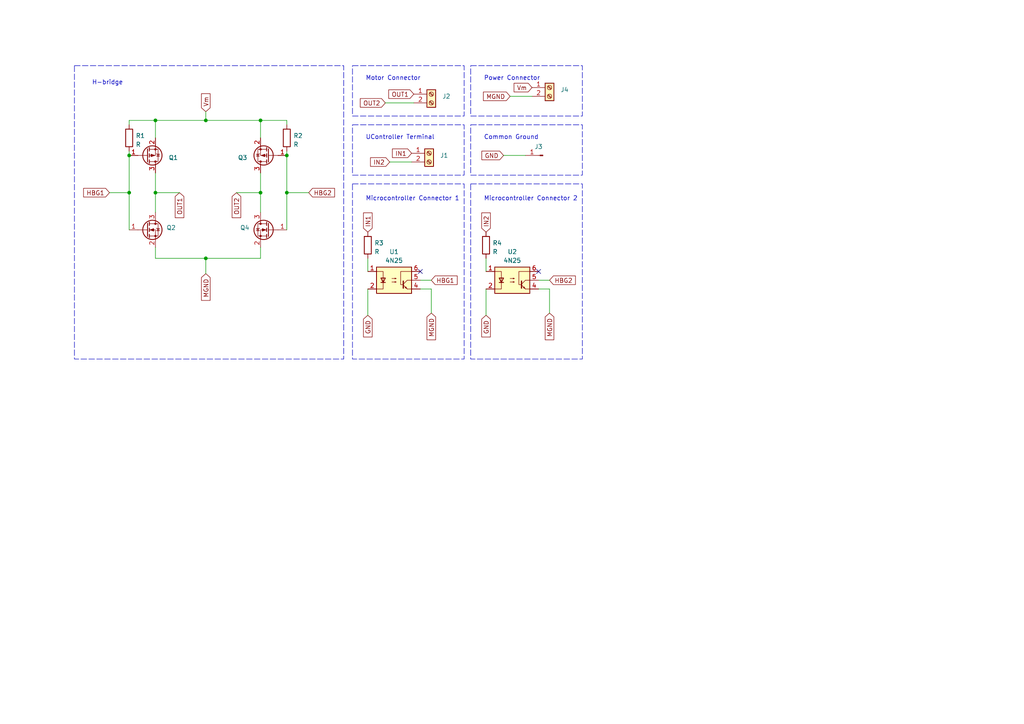
<source format=kicad_sch>
(kicad_sch (version 20230121) (generator eeschema)

  (uuid 3d5fb0cd-65e8-4050-aa50-0da774712664)

  (paper "A4")

  (title_block
    (title "H-Bridge DC Motor Controller")
    (date "2024-12-27")
    (rev "v1.0.0")
  )

  (lib_symbols
    (symbol "Connector:Conn_01x01_Pin" (pin_names (offset 1.016) hide) (in_bom yes) (on_board yes)
      (property "Reference" "J" (at 0 2.54 0)
        (effects (font (size 1.27 1.27)))
      )
      (property "Value" "Conn_01x01_Pin" (at 0 -2.54 0)
        (effects (font (size 1.27 1.27)))
      )
      (property "Footprint" "" (at 0 0 0)
        (effects (font (size 1.27 1.27)) hide)
      )
      (property "Datasheet" "~" (at 0 0 0)
        (effects (font (size 1.27 1.27)) hide)
      )
      (property "ki_locked" "" (at 0 0 0)
        (effects (font (size 1.27 1.27)))
      )
      (property "ki_keywords" "connector" (at 0 0 0)
        (effects (font (size 1.27 1.27)) hide)
      )
      (property "ki_description" "Generic connector, single row, 01x01, script generated" (at 0 0 0)
        (effects (font (size 1.27 1.27)) hide)
      )
      (property "ki_fp_filters" "Connector*:*_1x??_*" (at 0 0 0)
        (effects (font (size 1.27 1.27)) hide)
      )
      (symbol "Conn_01x01_Pin_1_1"
        (polyline
          (pts
            (xy 1.27 0)
            (xy 0.8636 0)
          )
          (stroke (width 0.1524) (type default))
          (fill (type none))
        )
        (rectangle (start 0.8636 0.127) (end 0 -0.127)
          (stroke (width 0.1524) (type default))
          (fill (type outline))
        )
        (pin passive line (at 5.08 0 180) (length 3.81)
          (name "Pin_1" (effects (font (size 1.27 1.27))))
          (number "1" (effects (font (size 1.27 1.27))))
        )
      )
    )
    (symbol "Connector:Screw_Terminal_01x02" (pin_names (offset 1.016) hide) (in_bom yes) (on_board yes)
      (property "Reference" "J" (at 0 2.54 0)
        (effects (font (size 1.27 1.27)))
      )
      (property "Value" "Screw_Terminal_01x02" (at 0 -5.08 0)
        (effects (font (size 1.27 1.27)))
      )
      (property "Footprint" "" (at 0 0 0)
        (effects (font (size 1.27 1.27)) hide)
      )
      (property "Datasheet" "~" (at 0 0 0)
        (effects (font (size 1.27 1.27)) hide)
      )
      (property "ki_keywords" "screw terminal" (at 0 0 0)
        (effects (font (size 1.27 1.27)) hide)
      )
      (property "ki_description" "Generic screw terminal, single row, 01x02, script generated (kicad-library-utils/schlib/autogen/connector/)" (at 0 0 0)
        (effects (font (size 1.27 1.27)) hide)
      )
      (property "ki_fp_filters" "TerminalBlock*:*" (at 0 0 0)
        (effects (font (size 1.27 1.27)) hide)
      )
      (symbol "Screw_Terminal_01x02_1_1"
        (rectangle (start -1.27 1.27) (end 1.27 -3.81)
          (stroke (width 0.254) (type default))
          (fill (type background))
        )
        (circle (center 0 -2.54) (radius 0.635)
          (stroke (width 0.1524) (type default))
          (fill (type none))
        )
        (polyline
          (pts
            (xy -0.5334 -2.2098)
            (xy 0.3302 -3.048)
          )
          (stroke (width 0.1524) (type default))
          (fill (type none))
        )
        (polyline
          (pts
            (xy -0.5334 0.3302)
            (xy 0.3302 -0.508)
          )
          (stroke (width 0.1524) (type default))
          (fill (type none))
        )
        (polyline
          (pts
            (xy -0.3556 -2.032)
            (xy 0.508 -2.8702)
          )
          (stroke (width 0.1524) (type default))
          (fill (type none))
        )
        (polyline
          (pts
            (xy -0.3556 0.508)
            (xy 0.508 -0.3302)
          )
          (stroke (width 0.1524) (type default))
          (fill (type none))
        )
        (circle (center 0 0) (radius 0.635)
          (stroke (width 0.1524) (type default))
          (fill (type none))
        )
        (pin passive line (at -5.08 0 0) (length 3.81)
          (name "Pin_1" (effects (font (size 1.27 1.27))))
          (number "1" (effects (font (size 1.27 1.27))))
        )
        (pin passive line (at -5.08 -2.54 0) (length 3.81)
          (name "Pin_2" (effects (font (size 1.27 1.27))))
          (number "2" (effects (font (size 1.27 1.27))))
        )
      )
    )
    (symbol "Device:R" (pin_numbers hide) (pin_names (offset 0)) (in_bom yes) (on_board yes)
      (property "Reference" "R" (at 2.032 0 90)
        (effects (font (size 1.27 1.27)))
      )
      (property "Value" "R" (at 0 0 90)
        (effects (font (size 1.27 1.27)))
      )
      (property "Footprint" "" (at -1.778 0 90)
        (effects (font (size 1.27 1.27)) hide)
      )
      (property "Datasheet" "~" (at 0 0 0)
        (effects (font (size 1.27 1.27)) hide)
      )
      (property "ki_keywords" "R res resistor" (at 0 0 0)
        (effects (font (size 1.27 1.27)) hide)
      )
      (property "ki_description" "Resistor" (at 0 0 0)
        (effects (font (size 1.27 1.27)) hide)
      )
      (property "ki_fp_filters" "R_*" (at 0 0 0)
        (effects (font (size 1.27 1.27)) hide)
      )
      (symbol "R_0_1"
        (rectangle (start -1.016 -2.54) (end 1.016 2.54)
          (stroke (width 0.254) (type default))
          (fill (type none))
        )
      )
      (symbol "R_1_1"
        (pin passive line (at 0 3.81 270) (length 1.27)
          (name "~" (effects (font (size 1.27 1.27))))
          (number "1" (effects (font (size 1.27 1.27))))
        )
        (pin passive line (at 0 -3.81 90) (length 1.27)
          (name "~" (effects (font (size 1.27 1.27))))
          (number "2" (effects (font (size 1.27 1.27))))
        )
      )
    )
    (symbol "Isolator:4N25" (pin_names (offset 1.016)) (in_bom yes) (on_board yes)
      (property "Reference" "U" (at -5.08 5.08 0)
        (effects (font (size 1.27 1.27)) (justify left))
      )
      (property "Value" "4N25" (at 0 5.08 0)
        (effects (font (size 1.27 1.27)) (justify left))
      )
      (property "Footprint" "Package_DIP:DIP-6_W7.62mm" (at -5.08 -5.08 0)
        (effects (font (size 1.27 1.27) italic) (justify left) hide)
      )
      (property "Datasheet" "https://www.vishay.com/docs/83725/4n25.pdf" (at 0 0 0)
        (effects (font (size 1.27 1.27)) (justify left) hide)
      )
      (property "ki_keywords" "NPN DC Optocoupler Base Connected" (at 0 0 0)
        (effects (font (size 1.27 1.27)) hide)
      )
      (property "ki_description" "DC Optocoupler Base Connected, Vce 30V, CTR 20%, Viso 2500V, DIP6" (at 0 0 0)
        (effects (font (size 1.27 1.27)) hide)
      )
      (property "ki_fp_filters" "DIP*W7.62mm*" (at 0 0 0)
        (effects (font (size 1.27 1.27)) hide)
      )
      (symbol "4N25_0_1"
        (rectangle (start -5.08 3.81) (end 5.08 -3.81)
          (stroke (width 0.254) (type default))
          (fill (type background))
        )
        (polyline
          (pts
            (xy -3.81 -0.635)
            (xy -2.54 -0.635)
          )
          (stroke (width 0.254) (type default))
          (fill (type none))
        )
        (polyline
          (pts
            (xy 2.667 -1.397)
            (xy 3.81 -2.54)
          )
          (stroke (width 0) (type default))
          (fill (type none))
        )
        (polyline
          (pts
            (xy 2.667 -1.143)
            (xy 3.81 0)
          )
          (stroke (width 0) (type default))
          (fill (type none))
        )
        (polyline
          (pts
            (xy 3.81 -2.54)
            (xy 5.08 -2.54)
          )
          (stroke (width 0) (type default))
          (fill (type none))
        )
        (polyline
          (pts
            (xy 3.81 0)
            (xy 5.08 0)
          )
          (stroke (width 0) (type default))
          (fill (type none))
        )
        (polyline
          (pts
            (xy 2.667 -0.254)
            (xy 2.667 -2.286)
            (xy 2.667 -2.286)
          )
          (stroke (width 0.3556) (type default))
          (fill (type none))
        )
        (polyline
          (pts
            (xy -5.08 -2.54)
            (xy -3.175 -2.54)
            (xy -3.175 2.54)
            (xy -5.08 2.54)
          )
          (stroke (width 0) (type default))
          (fill (type none))
        )
        (polyline
          (pts
            (xy -3.175 -0.635)
            (xy -3.81 0.635)
            (xy -2.54 0.635)
            (xy -3.175 -0.635)
          )
          (stroke (width 0.254) (type default))
          (fill (type none))
        )
        (polyline
          (pts
            (xy 3.683 -2.413)
            (xy 3.429 -1.905)
            (xy 3.175 -2.159)
            (xy 3.683 -2.413)
          )
          (stroke (width 0) (type default))
          (fill (type none))
        )
        (polyline
          (pts
            (xy 5.08 2.54)
            (xy 1.905 2.54)
            (xy 1.905 -1.27)
            (xy 2.54 -1.27)
          )
          (stroke (width 0) (type default))
          (fill (type none))
        )
        (polyline
          (pts
            (xy -0.635 -0.508)
            (xy 0.635 -0.508)
            (xy 0.254 -0.635)
            (xy 0.254 -0.381)
            (xy 0.635 -0.508)
          )
          (stroke (width 0) (type default))
          (fill (type none))
        )
        (polyline
          (pts
            (xy -0.635 0.508)
            (xy 0.635 0.508)
            (xy 0.254 0.381)
            (xy 0.254 0.635)
            (xy 0.635 0.508)
          )
          (stroke (width 0) (type default))
          (fill (type none))
        )
      )
      (symbol "4N25_1_1"
        (pin passive line (at -7.62 2.54 0) (length 2.54)
          (name "~" (effects (font (size 1.27 1.27))))
          (number "1" (effects (font (size 1.27 1.27))))
        )
        (pin passive line (at -7.62 -2.54 0) (length 2.54)
          (name "~" (effects (font (size 1.27 1.27))))
          (number "2" (effects (font (size 1.27 1.27))))
        )
        (pin no_connect line (at -5.08 0 0) (length 2.54) hide
          (name "NC" (effects (font (size 1.27 1.27))))
          (number "3" (effects (font (size 1.27 1.27))))
        )
        (pin passive line (at 7.62 -2.54 180) (length 2.54)
          (name "~" (effects (font (size 1.27 1.27))))
          (number "4" (effects (font (size 1.27 1.27))))
        )
        (pin passive line (at 7.62 0 180) (length 2.54)
          (name "~" (effects (font (size 1.27 1.27))))
          (number "5" (effects (font (size 1.27 1.27))))
        )
        (pin passive line (at 7.62 2.54 180) (length 2.54)
          (name "~" (effects (font (size 1.27 1.27))))
          (number "6" (effects (font (size 1.27 1.27))))
        )
      )
    )
    (symbol "Transistor_FET:AO3401A" (pin_names hide) (in_bom yes) (on_board yes)
      (property "Reference" "Q" (at 5.08 1.905 0)
        (effects (font (size 1.27 1.27)) (justify left))
      )
      (property "Value" "AO3401A" (at 5.08 0 0)
        (effects (font (size 1.27 1.27)) (justify left))
      )
      (property "Footprint" "Package_TO_SOT_SMD:SOT-23" (at 5.08 -1.905 0)
        (effects (font (size 1.27 1.27) italic) (justify left) hide)
      )
      (property "Datasheet" "http://www.aosmd.com/pdfs/datasheet/AO3401A.pdf" (at 0 0 0)
        (effects (font (size 1.27 1.27)) (justify left) hide)
      )
      (property "ki_keywords" "P-Channel MOSFET" (at 0 0 0)
        (effects (font (size 1.27 1.27)) hide)
      )
      (property "ki_description" "-4.0A Id, -30V Vds, P-Channel MOSFET, SOT-23" (at 0 0 0)
        (effects (font (size 1.27 1.27)) hide)
      )
      (property "ki_fp_filters" "SOT?23*" (at 0 0 0)
        (effects (font (size 1.27 1.27)) hide)
      )
      (symbol "AO3401A_0_1"
        (polyline
          (pts
            (xy 0.254 0)
            (xy -2.54 0)
          )
          (stroke (width 0) (type default))
          (fill (type none))
        )
        (polyline
          (pts
            (xy 0.254 1.905)
            (xy 0.254 -1.905)
          )
          (stroke (width 0.254) (type default))
          (fill (type none))
        )
        (polyline
          (pts
            (xy 0.762 -1.27)
            (xy 0.762 -2.286)
          )
          (stroke (width 0.254) (type default))
          (fill (type none))
        )
        (polyline
          (pts
            (xy 0.762 0.508)
            (xy 0.762 -0.508)
          )
          (stroke (width 0.254) (type default))
          (fill (type none))
        )
        (polyline
          (pts
            (xy 0.762 2.286)
            (xy 0.762 1.27)
          )
          (stroke (width 0.254) (type default))
          (fill (type none))
        )
        (polyline
          (pts
            (xy 2.54 2.54)
            (xy 2.54 1.778)
          )
          (stroke (width 0) (type default))
          (fill (type none))
        )
        (polyline
          (pts
            (xy 2.54 -2.54)
            (xy 2.54 0)
            (xy 0.762 0)
          )
          (stroke (width 0) (type default))
          (fill (type none))
        )
        (polyline
          (pts
            (xy 0.762 1.778)
            (xy 3.302 1.778)
            (xy 3.302 -1.778)
            (xy 0.762 -1.778)
          )
          (stroke (width 0) (type default))
          (fill (type none))
        )
        (polyline
          (pts
            (xy 2.286 0)
            (xy 1.27 0.381)
            (xy 1.27 -0.381)
            (xy 2.286 0)
          )
          (stroke (width 0) (type default))
          (fill (type outline))
        )
        (polyline
          (pts
            (xy 2.794 -0.508)
            (xy 2.921 -0.381)
            (xy 3.683 -0.381)
            (xy 3.81 -0.254)
          )
          (stroke (width 0) (type default))
          (fill (type none))
        )
        (polyline
          (pts
            (xy 3.302 -0.381)
            (xy 2.921 0.254)
            (xy 3.683 0.254)
            (xy 3.302 -0.381)
          )
          (stroke (width 0) (type default))
          (fill (type none))
        )
        (circle (center 1.651 0) (radius 2.794)
          (stroke (width 0.254) (type default))
          (fill (type none))
        )
        (circle (center 2.54 -1.778) (radius 0.254)
          (stroke (width 0) (type default))
          (fill (type outline))
        )
        (circle (center 2.54 1.778) (radius 0.254)
          (stroke (width 0) (type default))
          (fill (type outline))
        )
      )
      (symbol "AO3401A_1_1"
        (pin input line (at -5.08 0 0) (length 2.54)
          (name "G" (effects (font (size 1.27 1.27))))
          (number "1" (effects (font (size 1.27 1.27))))
        )
        (pin passive line (at 2.54 -5.08 90) (length 2.54)
          (name "S" (effects (font (size 1.27 1.27))))
          (number "2" (effects (font (size 1.27 1.27))))
        )
        (pin passive line (at 2.54 5.08 270) (length 2.54)
          (name "D" (effects (font (size 1.27 1.27))))
          (number "3" (effects (font (size 1.27 1.27))))
        )
      )
    )
    (symbol "Transistor_FET:IRLML0030" (pin_names hide) (in_bom yes) (on_board yes)
      (property "Reference" "Q" (at 5.08 1.905 0)
        (effects (font (size 1.27 1.27)) (justify left))
      )
      (property "Value" "IRLML0030" (at 5.08 0 0)
        (effects (font (size 1.27 1.27)) (justify left))
      )
      (property "Footprint" "Package_TO_SOT_SMD:SOT-23" (at 5.08 -1.905 0)
        (effects (font (size 1.27 1.27) italic) (justify left) hide)
      )
      (property "Datasheet" "https://www.infineon.com/dgdl/irlml0030pbf.pdf?fileId=5546d462533600a401535664773825df" (at 0 0 0)
        (effects (font (size 1.27 1.27)) (justify left) hide)
      )
      (property "ki_keywords" "N-Channel HEXFET MOSFET Logic-Level" (at 0 0 0)
        (effects (font (size 1.27 1.27)) hide)
      )
      (property "ki_description" "5.3A Id, 30V Vds, 27mOhm Rds, N-Channel HEXFET Power MOSFET, SOT-23" (at 0 0 0)
        (effects (font (size 1.27 1.27)) hide)
      )
      (property "ki_fp_filters" "SOT?23*" (at 0 0 0)
        (effects (font (size 1.27 1.27)) hide)
      )
      (symbol "IRLML0030_0_1"
        (polyline
          (pts
            (xy 0.254 0)
            (xy -2.54 0)
          )
          (stroke (width 0) (type default))
          (fill (type none))
        )
        (polyline
          (pts
            (xy 0.254 1.905)
            (xy 0.254 -1.905)
          )
          (stroke (width 0.254) (type default))
          (fill (type none))
        )
        (polyline
          (pts
            (xy 0.762 -1.27)
            (xy 0.762 -2.286)
          )
          (stroke (width 0.254) (type default))
          (fill (type none))
        )
        (polyline
          (pts
            (xy 0.762 0.508)
            (xy 0.762 -0.508)
          )
          (stroke (width 0.254) (type default))
          (fill (type none))
        )
        (polyline
          (pts
            (xy 0.762 2.286)
            (xy 0.762 1.27)
          )
          (stroke (width 0.254) (type default))
          (fill (type none))
        )
        (polyline
          (pts
            (xy 2.54 2.54)
            (xy 2.54 1.778)
          )
          (stroke (width 0) (type default))
          (fill (type none))
        )
        (polyline
          (pts
            (xy 2.54 -2.54)
            (xy 2.54 0)
            (xy 0.762 0)
          )
          (stroke (width 0) (type default))
          (fill (type none))
        )
        (polyline
          (pts
            (xy 0.762 -1.778)
            (xy 3.302 -1.778)
            (xy 3.302 1.778)
            (xy 0.762 1.778)
          )
          (stroke (width 0) (type default))
          (fill (type none))
        )
        (polyline
          (pts
            (xy 1.016 0)
            (xy 2.032 0.381)
            (xy 2.032 -0.381)
            (xy 1.016 0)
          )
          (stroke (width 0) (type default))
          (fill (type outline))
        )
        (polyline
          (pts
            (xy 2.794 0.508)
            (xy 2.921 0.381)
            (xy 3.683 0.381)
            (xy 3.81 0.254)
          )
          (stroke (width 0) (type default))
          (fill (type none))
        )
        (polyline
          (pts
            (xy 3.302 0.381)
            (xy 2.921 -0.254)
            (xy 3.683 -0.254)
            (xy 3.302 0.381)
          )
          (stroke (width 0) (type default))
          (fill (type none))
        )
        (circle (center 1.651 0) (radius 2.794)
          (stroke (width 0.254) (type default))
          (fill (type none))
        )
        (circle (center 2.54 -1.778) (radius 0.254)
          (stroke (width 0) (type default))
          (fill (type outline))
        )
        (circle (center 2.54 1.778) (radius 0.254)
          (stroke (width 0) (type default))
          (fill (type outline))
        )
      )
      (symbol "IRLML0030_1_1"
        (pin input line (at -5.08 0 0) (length 2.54)
          (name "G" (effects (font (size 1.27 1.27))))
          (number "1" (effects (font (size 1.27 1.27))))
        )
        (pin passive line (at 2.54 -5.08 90) (length 2.54)
          (name "S" (effects (font (size 1.27 1.27))))
          (number "2" (effects (font (size 1.27 1.27))))
        )
        (pin passive line (at 2.54 5.08 270) (length 2.54)
          (name "D" (effects (font (size 1.27 1.27))))
          (number "3" (effects (font (size 1.27 1.27))))
        )
      )
    )
  )

  (junction (at 75.565 55.88) (diameter 0) (color 0 0 0 0)
    (uuid 03a9940d-0620-4e0e-9a25-0ddb71729f82)
  )
  (junction (at 45.085 55.88) (diameter 0) (color 0 0 0 0)
    (uuid 0b8bf239-4aaa-4091-b5dd-190250d4bbb6)
  )
  (junction (at 45.085 34.925) (diameter 0) (color 0 0 0 0)
    (uuid 2121f709-1acc-4c11-a42f-0b51b8c6c357)
  )
  (junction (at 37.465 45.085) (diameter 0) (color 0 0 0 0)
    (uuid 2c451660-c7ba-49c6-8f40-509481c508d2)
  )
  (junction (at 59.69 74.93) (diameter 0) (color 0 0 0 0)
    (uuid 366b1cb5-9cf4-4a91-818f-bebc8610987b)
  )
  (junction (at 37.465 55.88) (diameter 0) (color 0 0 0 0)
    (uuid 45bf7cf4-2a38-4dd1-9572-4ba26c4b4c29)
  )
  (junction (at 83.185 45.085) (diameter 0) (color 0 0 0 0)
    (uuid 55de9353-1c7e-4182-a31d-f516ffc42c69)
  )
  (junction (at 59.69 34.925) (diameter 0) (color 0 0 0 0)
    (uuid a4c03d60-25a6-4498-b35d-9838036fe5a7)
  )
  (junction (at 75.565 34.925) (diameter 0) (color 0 0 0 0)
    (uuid bddf3c3e-d927-41be-a2d6-6c34e8a72441)
  )
  (junction (at 83.185 55.88) (diameter 0) (color 0 0 0 0)
    (uuid f65112bc-5a75-4645-a006-6da9d68d198b)
  )

  (no_connect (at 121.92 78.74) (uuid 14767c50-7403-40e7-a29f-11f0e4ba0abd))
  (no_connect (at 156.21 78.74) (uuid f933b510-c473-4709-a196-2d9668a359b6))

  (wire (pts (xy 159.385 83.82) (xy 159.385 90.805))
    (stroke (width 0) (type default))
    (uuid 02b9eb7c-73de-41a3-92cb-b98c7468b1e3)
  )
  (wire (pts (xy 37.465 55.88) (xy 37.465 66.675))
    (stroke (width 0) (type default))
    (uuid 0495f688-d77d-417c-8dd9-9a4631a8f285)
  )
  (wire (pts (xy 31.75 55.88) (xy 37.465 55.88))
    (stroke (width 0) (type default))
    (uuid 0530cc82-797b-4f99-bd47-aae229e4f476)
  )
  (wire (pts (xy 156.21 81.28) (xy 159.385 81.28))
    (stroke (width 0) (type default))
    (uuid 0538f497-13a5-4713-b7bb-5e9230e7e055)
  )
  (wire (pts (xy 45.085 55.88) (xy 45.085 61.595))
    (stroke (width 0) (type default))
    (uuid 149566a0-757d-4da1-8cc8-7c09fa908089)
  )
  (wire (pts (xy 83.185 55.88) (xy 89.535 55.88))
    (stroke (width 0) (type default))
    (uuid 1719d1b3-f537-49e6-9754-4c4c922dc60e)
  )
  (wire (pts (xy 59.69 32.385) (xy 59.69 34.925))
    (stroke (width 0) (type default))
    (uuid 1816ac25-eebe-49a4-a8f3-a493466e74a9)
  )
  (wire (pts (xy 45.085 71.755) (xy 45.085 74.93))
    (stroke (width 0) (type default))
    (uuid 19f965a7-811d-46fd-a2eb-9f6f9dc3a7f9)
  )
  (wire (pts (xy 146.05 45.085) (xy 152.4 45.085))
    (stroke (width 0) (type default))
    (uuid 26b1f02a-4ff4-4c2d-885e-9f6f11f63d5e)
  )
  (wire (pts (xy 37.465 34.925) (xy 45.085 34.925))
    (stroke (width 0) (type default))
    (uuid 29bcf8a4-ffaa-422e-9b39-5d5d752fb222)
  )
  (wire (pts (xy 121.92 81.28) (xy 125.095 81.28))
    (stroke (width 0) (type default))
    (uuid 31ae22a0-2a42-43fd-a684-8925a768f112)
  )
  (wire (pts (xy 75.565 55.88) (xy 75.565 61.595))
    (stroke (width 0) (type default))
    (uuid 37e319cc-a922-42f1-bf16-1811a5c7d3b6)
  )
  (wire (pts (xy 45.085 50.165) (xy 45.085 55.88))
    (stroke (width 0) (type default))
    (uuid 444538db-1d3e-45f3-908e-79dee59ed965)
  )
  (wire (pts (xy 37.465 43.815) (xy 37.465 45.085))
    (stroke (width 0) (type default))
    (uuid 503437e8-e65a-46b4-bda0-25ae6456d2b2)
  )
  (wire (pts (xy 75.565 74.93) (xy 75.565 71.755))
    (stroke (width 0) (type default))
    (uuid 51f976e6-2afe-4eae-a817-dc495fd1241c)
  )
  (wire (pts (xy 37.465 45.085) (xy 37.465 55.88))
    (stroke (width 0) (type default))
    (uuid 55ebe08c-134d-49c8-aa4e-f80748b1a498)
  )
  (wire (pts (xy 45.085 40.005) (xy 45.085 34.925))
    (stroke (width 0) (type default))
    (uuid 568264e8-ee18-448b-996c-a4c9b662e3bf)
  )
  (wire (pts (xy 111.76 29.845) (xy 120.015 29.845))
    (stroke (width 0) (type default))
    (uuid 586806fd-2cdb-4b6f-a113-765bec9613de)
  )
  (wire (pts (xy 59.69 74.93) (xy 75.565 74.93))
    (stroke (width 0) (type default))
    (uuid 6eeef94f-1748-408a-8f7b-e16d86d31850)
  )
  (wire (pts (xy 140.97 74.93) (xy 140.97 78.74))
    (stroke (width 0) (type default))
    (uuid 794a39de-ca21-4059-8fe2-402fd05c1b24)
  )
  (wire (pts (xy 45.085 55.88) (xy 52.07 55.88))
    (stroke (width 0) (type default))
    (uuid 7b8dbc8b-a00b-435f-bc7d-9b485a097b35)
  )
  (wire (pts (xy 83.185 43.815) (xy 83.185 45.085))
    (stroke (width 0) (type default))
    (uuid 82c1a6e1-b6c6-4f24-a004-2cf070b431fd)
  )
  (wire (pts (xy 147.955 27.94) (xy 154.305 27.94))
    (stroke (width 0) (type default))
    (uuid 87e8eb02-7b11-422f-a761-a59b3db2be44)
  )
  (wire (pts (xy 37.465 36.195) (xy 37.465 34.925))
    (stroke (width 0) (type default))
    (uuid 91f44afd-7f81-43f3-83cc-22cf269c1e90)
  )
  (wire (pts (xy 83.185 45.085) (xy 83.185 55.88))
    (stroke (width 0) (type default))
    (uuid 99f2127c-f94c-46e7-9bab-4d4f0d3e1d4f)
  )
  (wire (pts (xy 83.185 55.88) (xy 83.185 66.675))
    (stroke (width 0) (type default))
    (uuid a0611437-aafd-4303-9583-3f00b9ab4f2a)
  )
  (wire (pts (xy 140.97 83.82) (xy 140.97 91.44))
    (stroke (width 0) (type default))
    (uuid a4d9b4b6-6b79-4888-b648-b1b3559e07ea)
  )
  (wire (pts (xy 106.68 83.82) (xy 106.68 91.44))
    (stroke (width 0) (type default))
    (uuid a5b38f0b-6b4c-4436-abb6-2b15ed1ba788)
  )
  (wire (pts (xy 83.185 34.925) (xy 75.565 34.925))
    (stroke (width 0) (type default))
    (uuid a87802d5-cd82-463a-8430-28d1ee1ade59)
  )
  (wire (pts (xy 59.69 34.925) (xy 75.565 34.925))
    (stroke (width 0) (type default))
    (uuid b6dbfae5-9c86-460e-851c-8d5485777792)
  )
  (wire (pts (xy 83.185 36.195) (xy 83.185 34.925))
    (stroke (width 0) (type default))
    (uuid b83cc274-6c66-4cdc-8671-0bea28e71eb1)
  )
  (wire (pts (xy 121.92 83.82) (xy 125.095 83.82))
    (stroke (width 0) (type default))
    (uuid bda12948-bc99-4a26-80f0-3024eb740b11)
  )
  (wire (pts (xy 106.68 74.93) (xy 106.68 78.74))
    (stroke (width 0) (type default))
    (uuid bdb90afe-2a93-4ba6-9fe3-9323fa94d2d8)
  )
  (wire (pts (xy 125.095 83.82) (xy 125.095 90.805))
    (stroke (width 0) (type default))
    (uuid c7f30a84-2cd4-4b4a-b088-bf51cee5181f)
  )
  (wire (pts (xy 68.58 55.88) (xy 75.565 55.88))
    (stroke (width 0) (type default))
    (uuid c9710b8f-0e1a-46c8-a821-437759993ad6)
  )
  (wire (pts (xy 75.565 34.925) (xy 75.565 40.005))
    (stroke (width 0) (type default))
    (uuid ce454e87-ba0b-42e2-9591-35ad7e6142f6)
  )
  (wire (pts (xy 59.69 74.93) (xy 59.69 79.375))
    (stroke (width 0) (type default))
    (uuid e2d6db2e-37e9-4e56-98c0-900edd4bc98a)
  )
  (wire (pts (xy 45.085 34.925) (xy 59.69 34.925))
    (stroke (width 0) (type default))
    (uuid e6cc26d2-167d-40f2-8b38-bb06900d19ad)
  )
  (wire (pts (xy 75.565 50.165) (xy 75.565 55.88))
    (stroke (width 0) (type default))
    (uuid ed51011c-6ae5-4dc4-9b72-0a342971b072)
  )
  (wire (pts (xy 45.085 74.93) (xy 59.69 74.93))
    (stroke (width 0) (type default))
    (uuid f8665abf-a75b-4b6b-b5b0-1c84ea18e326)
  )
  (wire (pts (xy 156.21 83.82) (xy 159.385 83.82))
    (stroke (width 0) (type default))
    (uuid fab4c439-9da9-4463-8639-b0485e037ced)
  )
  (wire (pts (xy 113.03 46.99) (xy 119.38 46.99))
    (stroke (width 0) (type default))
    (uuid fb399e41-8372-46a6-98a9-bc5905fab00b)
  )

  (rectangle (start 102.235 19.05) (end 134.62 33.655)
    (stroke (width 0) (type dash))
    (fill (type none))
    (uuid 1d47ac2f-e452-4171-a901-2ebef30890f9)
  )
  (rectangle (start 136.525 36.195) (end 168.91 50.8)
    (stroke (width 0) (type dash))
    (fill (type none))
    (uuid 3903d533-7825-4377-937c-208a439820c1)
  )
  (rectangle (start 102.235 53.34) (end 134.62 104.14)
    (stroke (width 0) (type dash))
    (fill (type none))
    (uuid 646ec2ab-5805-40e5-8276-ea3e2d9bcd2e)
  )
  (rectangle (start 136.525 19.05) (end 168.91 33.655)
    (stroke (width 0) (type dash))
    (fill (type none))
    (uuid 7c60f16e-40fd-4717-9fa6-fed4ee67af28)
  )
  (rectangle (start 102.235 36.195) (end 134.62 50.8)
    (stroke (width 0) (type dash))
    (fill (type none))
    (uuid a2349968-2a37-42ea-b2fa-98adf980d607)
  )
  (rectangle (start 136.525 53.34) (end 168.91 104.14)
    (stroke (width 0) (type dash))
    (fill (type none))
    (uuid b73e225c-98f9-4c93-aee4-34b0f425e297)
  )
  (rectangle (start 21.59 19.05) (end 99.695 104.14)
    (stroke (width 0) (type dash))
    (fill (type none))
    (uuid d5b8eab4-90e5-4e2b-af22-349e3e9bd9c0)
  )

  (text "Motor Connector" (at 106.045 23.495 0)
    (effects (font (size 1.27 1.27)) (justify left bottom))
    (uuid 128655e5-038e-4f79-9ccf-258528598eff)
  )
  (text "UController Terminal" (at 106.045 40.64 0)
    (effects (font (size 1.27 1.27)) (justify left bottom))
    (uuid 3fd4d4d1-778d-4648-8566-abae0eac1451)
  )
  (text "Microcontroller Connector 1" (at 106.045 58.42 0)
    (effects (font (size 1.27 1.27)) (justify left bottom))
    (uuid 59dde34f-e3c3-45b9-b8c6-e5eafb0a7b74)
  )
  (text "Common Ground" (at 140.335 40.64 0)
    (effects (font (size 1.27 1.27)) (justify left bottom))
    (uuid 5d508e85-8d21-46e5-b671-51281f7e1c6e)
  )
  (text "H-bridge" (at 26.67 24.765 0)
    (effects (font (size 1.27 1.27)) (justify left bottom))
    (uuid 6bdf6968-0d21-429e-89b4-8dbf7bdbcafb)
  )
  (text "Power Connector" (at 140.335 23.495 0)
    (effects (font (size 1.27 1.27)) (justify left bottom))
    (uuid c402ffd4-1f80-453e-a616-dcce2a1c6f3a)
  )
  (text "Microcontroller Connector 2" (at 140.335 58.42 0)
    (effects (font (size 1.27 1.27)) (justify left bottom))
    (uuid c48aef61-0b83-471d-9a7e-d6446122f7b9)
  )

  (global_label "HBG2" (shape input) (at 89.535 55.88 0) (fields_autoplaced)
    (effects (font (size 1.27 1.27)) (justify left))
    (uuid 00529cff-fe5b-4e80-a477-34c51c953623)
    (property "Intersheetrefs" "${INTERSHEET_REFS}" (at 97.5208 55.88 0)
      (effects (font (size 1.27 1.27)) (justify left) hide)
    )
  )
  (global_label "MGND" (shape input) (at 59.69 79.375 270) (fields_autoplaced)
    (effects (font (size 1.27 1.27)) (justify right))
    (uuid 01e6e306-68cf-40f8-b2ee-33bbb00a76d1)
    (property "Intersheetrefs" "${INTERSHEET_REFS}" (at 59.69 87.6027 90)
      (effects (font (size 1.27 1.27)) (justify right) hide)
    )
  )
  (global_label "HBG2" (shape input) (at 159.385 81.28 0) (fields_autoplaced)
    (effects (font (size 1.27 1.27)) (justify left))
    (uuid 0aec7121-decc-48ee-ab27-bf55decebae0)
    (property "Intersheetrefs" "${INTERSHEET_REFS}" (at 167.3708 81.28 0)
      (effects (font (size 1.27 1.27)) (justify left) hide)
    )
  )
  (global_label "OUT1" (shape input) (at 52.07 55.88 270) (fields_autoplaced)
    (effects (font (size 1.27 1.27)) (justify right))
    (uuid 187ca2b8-4d32-4536-81ca-bfe3a76a38fe)
    (property "Intersheetrefs" "${INTERSHEET_REFS}" (at 52.07 63.6239 90)
      (effects (font (size 1.27 1.27)) (justify right) hide)
    )
  )
  (global_label "IN1" (shape input) (at 119.38 44.45 180) (fields_autoplaced)
    (effects (font (size 1.27 1.27)) (justify right))
    (uuid 22e23ca5-9cb7-4725-9ea8-951a4f9a7121)
    (property "Intersheetrefs" "${INTERSHEET_REFS}" (at 113.3294 44.45 0)
      (effects (font (size 1.27 1.27)) (justify right) hide)
    )
  )
  (global_label "MGND" (shape input) (at 147.955 27.94 180) (fields_autoplaced)
    (effects (font (size 1.27 1.27)) (justify right))
    (uuid 2b0c2056-03de-4130-99a0-b298bae688bb)
    (property "Intersheetrefs" "${INTERSHEET_REFS}" (at 139.7273 27.94 0)
      (effects (font (size 1.27 1.27)) (justify right) hide)
    )
  )
  (global_label "IN2" (shape input) (at 140.97 67.31 90) (fields_autoplaced)
    (effects (font (size 1.27 1.27)) (justify left))
    (uuid 371a0784-c600-44e4-99b8-2d8e20b51b7a)
    (property "Intersheetrefs" "${INTERSHEET_REFS}" (at 140.97 61.2594 90)
      (effects (font (size 1.27 1.27)) (justify left) hide)
    )
  )
  (global_label "Vm" (shape input) (at 59.69 32.385 90) (fields_autoplaced)
    (effects (font (size 1.27 1.27)) (justify left))
    (uuid 3828c482-eb3b-4aa5-9f77-789fd3f56f39)
    (property "Intersheetrefs" "${INTERSHEET_REFS}" (at 59.69 26.6973 90)
      (effects (font (size 1.27 1.27)) (justify left) hide)
    )
  )
  (global_label "MGND" (shape input) (at 125.095 90.805 270) (fields_autoplaced)
    (effects (font (size 1.27 1.27)) (justify right))
    (uuid 3dd5bb57-9bad-4f9d-ad04-651b48af018d)
    (property "Intersheetrefs" "${INTERSHEET_REFS}" (at 125.095 99.0327 90)
      (effects (font (size 1.27 1.27)) (justify right) hide)
    )
  )
  (global_label "HBG1" (shape input) (at 125.095 81.28 0) (fields_autoplaced)
    (effects (font (size 1.27 1.27)) (justify left))
    (uuid 431b77e8-338b-4826-a175-3907e82f4c60)
    (property "Intersheetrefs" "${INTERSHEET_REFS}" (at 133.0808 81.28 0)
      (effects (font (size 1.27 1.27)) (justify left) hide)
    )
  )
  (global_label "HBG1" (shape input) (at 31.75 55.88 180) (fields_autoplaced)
    (effects (font (size 1.27 1.27)) (justify right))
    (uuid 5302b72c-e532-463f-89ad-ae74e926983f)
    (property "Intersheetrefs" "${INTERSHEET_REFS}" (at 23.7642 55.88 0)
      (effects (font (size 1.27 1.27)) (justify right) hide)
    )
  )
  (global_label "IN2" (shape input) (at 113.03 46.99 180) (fields_autoplaced)
    (effects (font (size 1.27 1.27)) (justify right))
    (uuid 62047f16-04a8-4261-b058-f07c4424fbf7)
    (property "Intersheetrefs" "${INTERSHEET_REFS}" (at 106.9794 46.99 0)
      (effects (font (size 1.27 1.27)) (justify right) hide)
    )
  )
  (global_label "GND" (shape input) (at 106.68 91.44 270) (fields_autoplaced)
    (effects (font (size 1.27 1.27)) (justify right))
    (uuid 6314a67a-74fe-4b3f-9bd2-e05106829490)
    (property "Intersheetrefs" "${INTERSHEET_REFS}" (at 106.68 98.2163 90)
      (effects (font (size 1.27 1.27)) (justify right) hide)
    )
  )
  (global_label "GND" (shape input) (at 140.97 91.44 270) (fields_autoplaced)
    (effects (font (size 1.27 1.27)) (justify right))
    (uuid 8464f663-f48c-43f4-997b-30a8cbe66183)
    (property "Intersheetrefs" "${INTERSHEET_REFS}" (at 140.97 98.2163 90)
      (effects (font (size 1.27 1.27)) (justify right) hide)
    )
  )
  (global_label "IN1" (shape input) (at 106.68 67.31 90) (fields_autoplaced)
    (effects (font (size 1.27 1.27)) (justify left))
    (uuid 88a72e52-bd75-473d-aef0-1cde4993baa2)
    (property "Intersheetrefs" "${INTERSHEET_REFS}" (at 106.68 61.2594 90)
      (effects (font (size 1.27 1.27)) (justify left) hide)
    )
  )
  (global_label "Vm" (shape input) (at 154.305 25.4 180) (fields_autoplaced)
    (effects (font (size 1.27 1.27)) (justify right))
    (uuid bd5777c8-98ad-4d20-93df-59e322f7be58)
    (property "Intersheetrefs" "${INTERSHEET_REFS}" (at 148.6173 25.4 0)
      (effects (font (size 1.27 1.27)) (justify right) hide)
    )
  )
  (global_label "OUT1" (shape input) (at 120.015 27.305 180) (fields_autoplaced)
    (effects (font (size 1.27 1.27)) (justify right))
    (uuid be1a38a8-9591-4774-a894-0eb90e6d6fb7)
    (property "Intersheetrefs" "${INTERSHEET_REFS}" (at 112.2711 27.305 0)
      (effects (font (size 1.27 1.27)) (justify right) hide)
    )
  )
  (global_label "GND" (shape input) (at 146.05 45.085 180) (fields_autoplaced)
    (effects (font (size 1.27 1.27)) (justify right))
    (uuid d9f698d9-75ae-49d7-be28-48b11f76a3a0)
    (property "Intersheetrefs" "${INTERSHEET_REFS}" (at 139.2737 45.085 0)
      (effects (font (size 1.27 1.27)) (justify right) hide)
    )
  )
  (global_label "MGND" (shape input) (at 159.385 90.805 270) (fields_autoplaced)
    (effects (font (size 1.27 1.27)) (justify right))
    (uuid ee863414-35b5-4f3c-a9d4-ed975f07531d)
    (property "Intersheetrefs" "${INTERSHEET_REFS}" (at 159.385 99.0327 90)
      (effects (font (size 1.27 1.27)) (justify right) hide)
    )
  )
  (global_label "OUT2" (shape input) (at 111.76 29.845 180) (fields_autoplaced)
    (effects (font (size 1.27 1.27)) (justify right))
    (uuid eea7cca0-cba6-4189-b533-78ba4d9d4ef1)
    (property "Intersheetrefs" "${INTERSHEET_REFS}" (at 104.0161 29.845 0)
      (effects (font (size 1.27 1.27)) (justify right) hide)
    )
  )
  (global_label "OUT2" (shape input) (at 68.58 55.88 270) (fields_autoplaced)
    (effects (font (size 1.27 1.27)) (justify right))
    (uuid fe84b69d-cb57-4c91-9a1e-7cb8d8d03053)
    (property "Intersheetrefs" "${INTERSHEET_REFS}" (at 68.58 63.6239 90)
      (effects (font (size 1.27 1.27)) (justify right) hide)
    )
  )

  (symbol (lib_id "Transistor_FET:IRLML0030") (at 78.105 66.675 0) (mirror y) (unit 1)
    (in_bom yes) (on_board yes) (dnp no)
    (uuid 02453d25-4471-4f39-a8ff-7e1af9b2e5b3)
    (property "Reference" "Q4" (at 72.39 66.04 0)
      (effects (font (size 1.27 1.27)) (justify left))
    )
    (property "Value" "IRLML0030" (at 72.39 68.58 0)
      (effects (font (size 1.27 1.27)) (justify left) hide)
    )
    (property "Footprint" "Package_TO_SOT_SMD:SOT-23" (at 73.025 68.58 0)
      (effects (font (size 1.27 1.27) italic) (justify left) hide)
    )
    (property "Datasheet" "https://www.infineon.com/dgdl/irlml0030pbf.pdf?fileId=5546d462533600a401535664773825df" (at 78.105 66.675 0)
      (effects (font (size 1.27 1.27)) (justify left) hide)
    )
    (pin "1" (uuid b69d62bb-46db-4f3a-ab49-d279339a0250))
    (pin "2" (uuid 51b54bd7-d2d8-42f5-ae74-c0dbda261a33))
    (pin "3" (uuid e7a3864a-388f-44c5-aa69-dba68c85efc9))
    (instances
      (project "H-Bridge DC Motor Controller"
        (path "/3d5fb0cd-65e8-4050-aa50-0da774712664"
          (reference "Q4") (unit 1)
        )
      )
    )
  )

  (symbol (lib_id "Transistor_FET:AO3401A") (at 42.545 45.085 0) (mirror x) (unit 1)
    (in_bom yes) (on_board yes) (dnp no)
    (uuid 06fe7ac5-5048-4152-8999-1bf9b0f61953)
    (property "Reference" "Q1" (at 48.895 45.72 0)
      (effects (font (size 1.27 1.27)) (justify left))
    )
    (property "Value" "AO3401A" (at 48.895 43.18 0)
      (effects (font (size 1.27 1.27)) (justify left) hide)
    )
    (property "Footprint" "Package_TO_SOT_SMD:SOT-23" (at 47.625 43.18 0)
      (effects (font (size 1.27 1.27) italic) (justify left) hide)
    )
    (property "Datasheet" "http://www.aosmd.com/pdfs/datasheet/AO3401A.pdf" (at 42.545 45.085 0)
      (effects (font (size 1.27 1.27)) (justify left) hide)
    )
    (pin "1" (uuid 541a6b26-8b47-4925-86d4-65a9cde3a355))
    (pin "2" (uuid 3d69b0c7-25e4-4e33-b9b2-1b3aea3bf7cc))
    (pin "3" (uuid 5e313d41-91f1-48a6-b2b0-3284e798b325))
    (instances
      (project "H-Bridge DC Motor Controller"
        (path "/3d5fb0cd-65e8-4050-aa50-0da774712664"
          (reference "Q1") (unit 1)
        )
      )
    )
  )

  (symbol (lib_id "Connector:Screw_Terminal_01x02") (at 124.46 44.45 0) (unit 1)
    (in_bom yes) (on_board yes) (dnp no) (fields_autoplaced)
    (uuid 600b40f4-1cdb-426c-954a-f52b669da221)
    (property "Reference" "J1" (at 127.635 45.085 0)
      (effects (font (size 1.27 1.27)) (justify left))
    )
    (property "Value" "Screw_Terminal_01x02" (at 127.635 47.625 0)
      (effects (font (size 1.27 1.27)) (justify left) hide)
    )
    (property "Footprint" "TerminalBlock_Phoenix:TerminalBlock_Phoenix_MKDS-1,5-2_1x02_P5.00mm_Horizontal" (at 124.46 44.45 0)
      (effects (font (size 1.27 1.27)) hide)
    )
    (property "Datasheet" "~" (at 124.46 44.45 0)
      (effects (font (size 1.27 1.27)) hide)
    )
    (pin "1" (uuid 4fa0e714-a001-44b9-b92e-1b012e368026))
    (pin "2" (uuid e511ff13-eff1-4e1c-959a-84904a7fce1e))
    (instances
      (project "H-Bridge DC Motor Controller"
        (path "/3d5fb0cd-65e8-4050-aa50-0da774712664"
          (reference "J1") (unit 1)
        )
      )
    )
  )

  (symbol (lib_id "Device:R") (at 83.185 40.005 0) (unit 1)
    (in_bom yes) (on_board yes) (dnp no) (fields_autoplaced)
    (uuid 66bff3e2-fe80-4c18-8ec0-a41c5a3bad94)
    (property "Reference" "R2" (at 85.09 39.37 0)
      (effects (font (size 1.27 1.27)) (justify left))
    )
    (property "Value" "R" (at 85.09 41.91 0)
      (effects (font (size 1.27 1.27)) (justify left))
    )
    (property "Footprint" "Resistor_THT:R_Axial_DIN0204_L3.6mm_D1.6mm_P5.08mm_Horizontal" (at 81.407 40.005 90)
      (effects (font (size 1.27 1.27)) hide)
    )
    (property "Datasheet" "~" (at 83.185 40.005 0)
      (effects (font (size 1.27 1.27)) hide)
    )
    (pin "1" (uuid e2a43fe4-b1dc-4e12-9998-1241fbb13f92))
    (pin "2" (uuid de4a63b5-32df-4d4e-aa0f-4f953db1f25c))
    (instances
      (project "H-Bridge DC Motor Controller"
        (path "/3d5fb0cd-65e8-4050-aa50-0da774712664"
          (reference "R2") (unit 1)
        )
      )
    )
  )

  (symbol (lib_id "Transistor_FET:AO3401A") (at 78.105 45.085 180) (unit 1)
    (in_bom yes) (on_board yes) (dnp no)
    (uuid 7a8d8f63-1c7e-4204-90b0-d4f43e500817)
    (property "Reference" "Q3" (at 71.755 45.72 0)
      (effects (font (size 1.27 1.27)) (justify left))
    )
    (property "Value" "AO3401A" (at 71.755 43.18 0)
      (effects (font (size 1.27 1.27)) (justify left) hide)
    )
    (property "Footprint" "Package_TO_SOT_SMD:SOT-23" (at 73.025 43.18 0)
      (effects (font (size 1.27 1.27) italic) (justify left) hide)
    )
    (property "Datasheet" "http://www.aosmd.com/pdfs/datasheet/AO3401A.pdf" (at 78.105 45.085 0)
      (effects (font (size 1.27 1.27)) (justify left) hide)
    )
    (pin "1" (uuid 60d4ef2d-98ee-46e3-bf0a-d9c0a6c79818))
    (pin "2" (uuid b28ff570-af2a-42b5-9468-6ac3c226d039))
    (pin "3" (uuid b01f790c-7d3f-46c4-9c40-67e5716cd908))
    (instances
      (project "H-Bridge DC Motor Controller"
        (path "/3d5fb0cd-65e8-4050-aa50-0da774712664"
          (reference "Q3") (unit 1)
        )
      )
    )
  )

  (symbol (lib_id "Isolator:4N25") (at 114.3 81.28 0) (unit 1)
    (in_bom yes) (on_board yes) (dnp no) (fields_autoplaced)
    (uuid 81839b61-293e-435d-a284-061b3fcaaca4)
    (property "Reference" "U1" (at 114.3 73.025 0)
      (effects (font (size 1.27 1.27)))
    )
    (property "Value" "4N25" (at 114.3 75.565 0)
      (effects (font (size 1.27 1.27)))
    )
    (property "Footprint" "Package_DIP:DIP-6_W7.62mm" (at 109.22 86.36 0)
      (effects (font (size 1.27 1.27) italic) (justify left) hide)
    )
    (property "Datasheet" "https://www.vishay.com/docs/83725/4n25.pdf" (at 114.3 81.28 0)
      (effects (font (size 1.27 1.27)) (justify left) hide)
    )
    (pin "1" (uuid be5b6af9-f412-4f8d-b14c-4f50dfc723d2))
    (pin "2" (uuid 359a0fd4-adb5-4d3a-9e0c-d27fb8a5e529))
    (pin "3" (uuid c8991f1d-2078-44bd-9af6-c5bbacf6e3db))
    (pin "4" (uuid 4a65b0d3-d7a4-4e1c-9c33-a5e7e48970f5))
    (pin "5" (uuid 5384716e-c874-42d1-a67e-6a67ab6d5b00))
    (pin "6" (uuid 93ef4e38-c84f-40c8-aa51-93ec937d6685))
    (instances
      (project "H-Bridge DC Motor Controller"
        (path "/3d5fb0cd-65e8-4050-aa50-0da774712664"
          (reference "U1") (unit 1)
        )
      )
    )
  )

  (symbol (lib_id "Isolator:4N25") (at 148.59 81.28 0) (unit 1)
    (in_bom yes) (on_board yes) (dnp no) (fields_autoplaced)
    (uuid 948a5f83-a73b-47c8-9ca5-96c1dfed10bb)
    (property "Reference" "U2" (at 148.59 73.025 0)
      (effects (font (size 1.27 1.27)))
    )
    (property "Value" "4N25" (at 148.59 75.565 0)
      (effects (font (size 1.27 1.27)))
    )
    (property "Footprint" "Package_DIP:DIP-6_W7.62mm" (at 143.51 86.36 0)
      (effects (font (size 1.27 1.27) italic) (justify left) hide)
    )
    (property "Datasheet" "https://www.vishay.com/docs/83725/4n25.pdf" (at 148.59 81.28 0)
      (effects (font (size 1.27 1.27)) (justify left) hide)
    )
    (pin "1" (uuid e8d39867-c631-4478-a8b9-d8eb24282dc2))
    (pin "2" (uuid 5a495d9e-a146-47b1-bea3-5807dd077854))
    (pin "3" (uuid 70db8117-45fe-45cf-a277-68f47448fbed))
    (pin "4" (uuid a820f912-31bc-45e3-ae8f-5d7a9270e385))
    (pin "5" (uuid b9b11e22-ee5c-4836-aa1b-9d35d7838719))
    (pin "6" (uuid 02069316-128b-4c81-bdb2-6c1095c3e8ea))
    (instances
      (project "H-Bridge DC Motor Controller"
        (path "/3d5fb0cd-65e8-4050-aa50-0da774712664"
          (reference "U2") (unit 1)
        )
      )
    )
  )

  (symbol (lib_id "Connector:Screw_Terminal_01x02") (at 159.385 25.4 0) (unit 1)
    (in_bom yes) (on_board yes) (dnp no) (fields_autoplaced)
    (uuid 9fb32f5a-e294-4bb6-af62-a627b91a34c2)
    (property "Reference" "J4" (at 162.56 26.035 0)
      (effects (font (size 1.27 1.27)) (justify left))
    )
    (property "Value" "Screw_Terminal_01x02" (at 162.56 28.575 0)
      (effects (font (size 1.27 1.27)) (justify left) hide)
    )
    (property "Footprint" "TerminalBlock_Phoenix:TerminalBlock_Phoenix_MKDS-1,5-2-5.08_1x02_P5.08mm_Horizontal" (at 159.385 25.4 0)
      (effects (font (size 1.27 1.27)) hide)
    )
    (property "Datasheet" "~" (at 159.385 25.4 0)
      (effects (font (size 1.27 1.27)) hide)
    )
    (pin "1" (uuid 39a95b32-74c9-4d6e-9d74-880374909c0f))
    (pin "2" (uuid bdf89dfa-c0f0-452f-9e1a-f38ce1b4475d))
    (instances
      (project "H-Bridge DC Motor Controller"
        (path "/3d5fb0cd-65e8-4050-aa50-0da774712664"
          (reference "J4") (unit 1)
        )
      )
    )
  )

  (symbol (lib_id "Connector:Screw_Terminal_01x02") (at 125.095 27.305 0) (unit 1)
    (in_bom yes) (on_board yes) (dnp no) (fields_autoplaced)
    (uuid a75dfaf2-4f30-4d9b-8ec6-9b339ad44349)
    (property "Reference" "J2" (at 128.27 27.94 0)
      (effects (font (size 1.27 1.27)) (justify left))
    )
    (property "Value" "Screw_Terminal_01x02" (at 128.27 30.48 0)
      (effects (font (size 1.27 1.27)) (justify left) hide)
    )
    (property "Footprint" "TerminalBlock_Phoenix:TerminalBlock_Phoenix_MKDS-1,5-2_1x02_P5.00mm_Horizontal" (at 125.095 27.305 0)
      (effects (font (size 1.27 1.27)) hide)
    )
    (property "Datasheet" "~" (at 125.095 27.305 0)
      (effects (font (size 1.27 1.27)) hide)
    )
    (pin "1" (uuid 490671ee-e67f-47b8-be53-80c6635723d0))
    (pin "2" (uuid c98a4b7c-93d7-4839-b625-71ba0d8869d9))
    (instances
      (project "H-Bridge DC Motor Controller"
        (path "/3d5fb0cd-65e8-4050-aa50-0da774712664"
          (reference "J2") (unit 1)
        )
      )
    )
  )

  (symbol (lib_id "Device:R") (at 37.465 40.005 0) (unit 1)
    (in_bom yes) (on_board yes) (dnp no) (fields_autoplaced)
    (uuid b3591ab3-8c9a-4489-931d-d4bd8d650bec)
    (property "Reference" "R1" (at 39.37 39.37 0)
      (effects (font (size 1.27 1.27)) (justify left))
    )
    (property "Value" "R" (at 39.37 41.91 0)
      (effects (font (size 1.27 1.27)) (justify left))
    )
    (property "Footprint" "Resistor_THT:R_Axial_DIN0204_L3.6mm_D1.6mm_P5.08mm_Horizontal" (at 35.687 40.005 90)
      (effects (font (size 1.27 1.27)) hide)
    )
    (property "Datasheet" "~" (at 37.465 40.005 0)
      (effects (font (size 1.27 1.27)) hide)
    )
    (pin "1" (uuid 42a05103-026c-44da-a50d-9a0f2f4e0785))
    (pin "2" (uuid 36391ec0-5102-4a7a-86f6-f2da62552894))
    (instances
      (project "H-Bridge DC Motor Controller"
        (path "/3d5fb0cd-65e8-4050-aa50-0da774712664"
          (reference "R1") (unit 1)
        )
      )
    )
  )

  (symbol (lib_id "Device:R") (at 106.68 71.12 0) (unit 1)
    (in_bom yes) (on_board yes) (dnp no) (fields_autoplaced)
    (uuid bfec3b2e-75e5-4a73-9f37-b226abf53ff5)
    (property "Reference" "R3" (at 108.585 70.485 0)
      (effects (font (size 1.27 1.27)) (justify left))
    )
    (property "Value" "R" (at 108.585 73.025 0)
      (effects (font (size 1.27 1.27)) (justify left))
    )
    (property "Footprint" "Resistor_THT:R_Axial_DIN0204_L3.6mm_D1.6mm_P5.08mm_Horizontal" (at 104.902 71.12 90)
      (effects (font (size 1.27 1.27)) hide)
    )
    (property "Datasheet" "~" (at 106.68 71.12 0)
      (effects (font (size 1.27 1.27)) hide)
    )
    (pin "1" (uuid 8694a1fc-998c-4edc-a94d-7f26e9124f72))
    (pin "2" (uuid 6767e792-3bda-478e-b65e-8590abd6207b))
    (instances
      (project "H-Bridge DC Motor Controller"
        (path "/3d5fb0cd-65e8-4050-aa50-0da774712664"
          (reference "R3") (unit 1)
        )
      )
    )
  )

  (symbol (lib_id "Device:R") (at 140.97 71.12 0) (unit 1)
    (in_bom yes) (on_board yes) (dnp no) (fields_autoplaced)
    (uuid e23ff33d-6a01-4b7c-ac41-64a788b658fe)
    (property "Reference" "R4" (at 142.875 70.485 0)
      (effects (font (size 1.27 1.27)) (justify left))
    )
    (property "Value" "R" (at 142.875 73.025 0)
      (effects (font (size 1.27 1.27)) (justify left))
    )
    (property "Footprint" "Resistor_THT:R_Axial_DIN0204_L3.6mm_D1.6mm_P5.08mm_Horizontal" (at 139.192 71.12 90)
      (effects (font (size 1.27 1.27)) hide)
    )
    (property "Datasheet" "~" (at 140.97 71.12 0)
      (effects (font (size 1.27 1.27)) hide)
    )
    (pin "1" (uuid 520c371d-9726-47b9-88db-6f612bc8b17b))
    (pin "2" (uuid 5b24b85b-3703-4666-83b8-9b6939316a2b))
    (instances
      (project "H-Bridge DC Motor Controller"
        (path "/3d5fb0cd-65e8-4050-aa50-0da774712664"
          (reference "R4") (unit 1)
        )
      )
    )
  )

  (symbol (lib_id "Transistor_FET:IRLML0030") (at 42.545 66.675 0) (unit 1)
    (in_bom yes) (on_board yes) (dnp no) (fields_autoplaced)
    (uuid f4a3aeb6-d695-4504-94ba-a371cb01dc77)
    (property "Reference" "Q2" (at 48.26 66.04 0)
      (effects (font (size 1.27 1.27)) (justify left))
    )
    (property "Value" "IRLML0030" (at 48.26 68.58 0)
      (effects (font (size 1.27 1.27)) (justify left) hide)
    )
    (property "Footprint" "Package_TO_SOT_SMD:SOT-23" (at 47.625 68.58 0)
      (effects (font (size 1.27 1.27) italic) (justify left) hide)
    )
    (property "Datasheet" "https://www.infineon.com/dgdl/irlml0030pbf.pdf?fileId=5546d462533600a401535664773825df" (at 42.545 66.675 0)
      (effects (font (size 1.27 1.27)) (justify left) hide)
    )
    (pin "1" (uuid cfb04910-c32e-4530-87a9-feb0580ccf7b))
    (pin "2" (uuid bbc81594-8758-4b61-814f-e42b7b7d281d))
    (pin "3" (uuid c7460238-b85f-43f5-9f1f-726acd05fd72))
    (instances
      (project "H-Bridge DC Motor Controller"
        (path "/3d5fb0cd-65e8-4050-aa50-0da774712664"
          (reference "Q2") (unit 1)
        )
      )
    )
  )

  (symbol (lib_id "Connector:Conn_01x01_Pin") (at 157.48 45.085 180) (unit 1)
    (in_bom yes) (on_board yes) (dnp no)
    (uuid ff9f2cbb-a87b-4564-80ed-78558e81b420)
    (property "Reference" "J3" (at 156.21 42.545 0)
      (effects (font (size 1.27 1.27)))
    )
    (property "Value" "Conn_01x01_Pin" (at 156.845 43.18 0)
      (effects (font (size 1.27 1.27)) hide)
    )
    (property "Footprint" "Connector_PinHeader_2.54mm:PinHeader_1x01_P2.54mm_Vertical" (at 157.48 45.085 0)
      (effects (font (size 1.27 1.27)) hide)
    )
    (property "Datasheet" "~" (at 157.48 45.085 0)
      (effects (font (size 1.27 1.27)) hide)
    )
    (pin "1" (uuid 4408fe09-9cde-4b66-8eab-03234f1fd5b5))
    (instances
      (project "H-Bridge DC Motor Controller"
        (path "/3d5fb0cd-65e8-4050-aa50-0da774712664"
          (reference "J3") (unit 1)
        )
      )
    )
  )

  (sheet_instances
    (path "/" (page "1"))
  )
)

</source>
